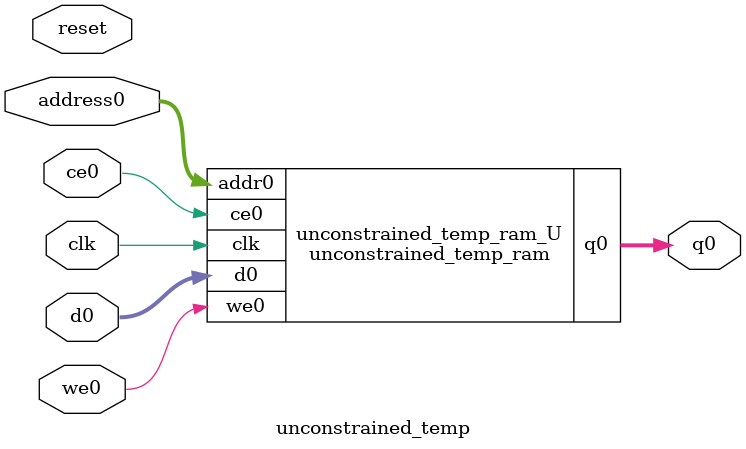
<source format=v>
`timescale 1 ns / 1 ps
module unconstrained_temp_ram (addr0, ce0, d0, we0, q0,  clk);

parameter DWIDTH = 32;
parameter AWIDTH = 3;
parameter MEM_SIZE = 8;

input[AWIDTH-1:0] addr0;
input ce0;
input[DWIDTH-1:0] d0;
input we0;
output reg[DWIDTH-1:0] q0;
input clk;

(* ram_style = "distributed" *)reg [DWIDTH-1:0] ram[0:MEM_SIZE-1];




always @(posedge clk)  
begin 
    if (ce0) 
    begin
        if (we0) 
        begin 
            ram[addr0] <= d0; 
        end 
        q0 <= ram[addr0];
    end
end


endmodule

`timescale 1 ns / 1 ps
module unconstrained_temp(
    reset,
    clk,
    address0,
    ce0,
    we0,
    d0,
    q0);

parameter DataWidth = 32'd32;
parameter AddressRange = 32'd8;
parameter AddressWidth = 32'd3;
input reset;
input clk;
input[AddressWidth - 1:0] address0;
input ce0;
input we0;
input[DataWidth - 1:0] d0;
output[DataWidth - 1:0] q0;



unconstrained_temp_ram unconstrained_temp_ram_U(
    .clk( clk ),
    .addr0( address0 ),
    .ce0( ce0 ),
    .we0( we0 ),
    .d0( d0 ),
    .q0( q0 ));

endmodule


</source>
